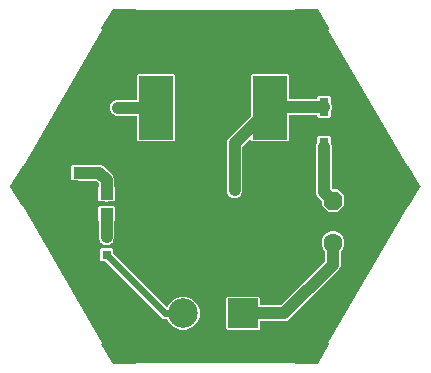
<source format=gbr>
G04 EAGLE Gerber RS-274X export*
G75*
%MOMM*%
%FSLAX34Y34*%
%LPD*%
%INTop Copper*%
%IPPOS*%
%AMOC8*
5,1,8,0,0,1.08239X$1,22.5*%
G01*
%ADD10C,1.000000*%
%ADD11R,2.500000X2.500000*%
%ADD12C,2.500000*%
%ADD13P,1.732040X8X112.500000*%
%ADD14C,1.600200*%
%ADD15R,0.800000X1.600000*%
%ADD16R,2.900000X5.400000*%
%ADD17R,0.800000X0.800000*%
%ADD18R,1.100000X1.000000*%
%ADD19C,1.016000*%
%ADD20C,0.304800*%
%ADD21C,0.756400*%
%ADD22C,0.609600*%

G36*
X278630Y195708D02*
X278630Y195708D01*
X278658Y195706D01*
X278726Y195728D01*
X278797Y195742D01*
X278820Y195758D01*
X278847Y195767D01*
X278902Y195814D01*
X278961Y195855D01*
X278976Y195879D01*
X278998Y195897D01*
X279029Y195962D01*
X279068Y196022D01*
X279073Y196050D01*
X279085Y196076D01*
X279094Y196177D01*
X279101Y196219D01*
X279099Y196229D01*
X279100Y196242D01*
X279043Y196957D01*
X413361Y196957D01*
X413304Y196242D01*
X413308Y196213D01*
X413303Y196185D01*
X413320Y196116D01*
X413328Y196044D01*
X413343Y196020D01*
X413349Y195992D01*
X413392Y195934D01*
X413428Y195872D01*
X413450Y195855D01*
X413467Y195832D01*
X413529Y195795D01*
X413586Y195752D01*
X413614Y195745D01*
X413638Y195730D01*
X413738Y195714D01*
X413779Y195703D01*
X413789Y195705D01*
X413802Y195703D01*
X432802Y195703D01*
X432878Y195718D01*
X432956Y195727D01*
X432975Y195738D01*
X432997Y195742D01*
X433061Y195786D01*
X433129Y195825D01*
X433145Y195844D01*
X433161Y195855D01*
X433185Y195893D01*
X433235Y195953D01*
X442735Y212453D01*
X442744Y212480D01*
X442760Y212504D01*
X442775Y212574D01*
X442798Y212642D01*
X442795Y212670D01*
X442801Y212698D01*
X442788Y212769D01*
X442782Y212840D01*
X442769Y212865D01*
X442763Y212893D01*
X442723Y212953D01*
X442690Y213016D01*
X442668Y213034D01*
X442652Y213058D01*
X442569Y213116D01*
X442537Y213143D01*
X442526Y213146D01*
X442516Y213153D01*
X441888Y213450D01*
X509010Y329711D01*
X509618Y329291D01*
X509645Y329280D01*
X509667Y329261D01*
X509736Y329241D01*
X509801Y329213D01*
X509830Y329213D01*
X509858Y329205D01*
X509929Y329213D01*
X510000Y329213D01*
X510027Y329224D01*
X510056Y329227D01*
X510118Y329262D01*
X510183Y329290D01*
X510204Y329310D01*
X510229Y329325D01*
X510292Y329402D01*
X510322Y329432D01*
X510326Y329442D01*
X510335Y329453D01*
X519835Y345953D01*
X519845Y345985D01*
X519854Y345998D01*
X519858Y346022D01*
X519859Y346026D01*
X519890Y346096D01*
X519890Y346120D01*
X519898Y346142D01*
X519892Y346218D01*
X519893Y346295D01*
X519883Y346319D01*
X519882Y346340D01*
X519861Y346379D01*
X519835Y346451D01*
X510335Y362951D01*
X510316Y362973D01*
X510303Y362999D01*
X510250Y363047D01*
X510203Y363100D01*
X510177Y363113D01*
X510156Y363132D01*
X510088Y363155D01*
X510024Y363186D01*
X509995Y363188D01*
X509968Y363197D01*
X509896Y363192D01*
X509825Y363195D01*
X509798Y363185D01*
X509769Y363183D01*
X509679Y363141D01*
X509639Y363126D01*
X509631Y363119D01*
X509618Y363113D01*
X509010Y362693D01*
X441888Y478954D01*
X442516Y479251D01*
X442538Y479268D01*
X442565Y479278D01*
X442617Y479327D01*
X442675Y479370D01*
X442689Y479395D01*
X442710Y479414D01*
X442739Y479480D01*
X442775Y479542D01*
X442778Y479570D01*
X442790Y479596D01*
X442791Y479668D01*
X442800Y479739D01*
X442792Y479766D01*
X442793Y479795D01*
X442757Y479890D01*
X442746Y479930D01*
X442739Y479939D01*
X442735Y479951D01*
X433235Y496451D01*
X433183Y496510D01*
X433137Y496572D01*
X433118Y496583D01*
X433103Y496600D01*
X433033Y496634D01*
X432966Y496674D01*
X432942Y496678D01*
X432924Y496686D01*
X432879Y496688D01*
X432802Y496701D01*
X413802Y496701D01*
X413774Y496696D01*
X413746Y496698D01*
X413678Y496676D01*
X413607Y496662D01*
X413584Y496646D01*
X413557Y496637D01*
X413502Y496590D01*
X413443Y496549D01*
X413428Y496525D01*
X413407Y496507D01*
X413375Y496442D01*
X413336Y496382D01*
X413331Y496354D01*
X413319Y496328D01*
X413310Y496227D01*
X413303Y496185D01*
X413305Y496175D01*
X413304Y496162D01*
X413361Y495447D01*
X279043Y495447D01*
X279100Y496162D01*
X279096Y496191D01*
X279101Y496219D01*
X279084Y496288D01*
X279076Y496360D01*
X279062Y496384D01*
X279055Y496412D01*
X279012Y496470D01*
X278977Y496532D01*
X278954Y496549D01*
X278937Y496572D01*
X278875Y496609D01*
X278818Y496652D01*
X278790Y496659D01*
X278766Y496674D01*
X278666Y496690D01*
X278625Y496701D01*
X278615Y496699D01*
X278602Y496701D01*
X259602Y496701D01*
X259526Y496686D01*
X259448Y496677D01*
X259429Y496666D01*
X259407Y496662D01*
X259343Y496618D01*
X259275Y496579D01*
X259259Y496560D01*
X259243Y496549D01*
X259219Y496511D01*
X259169Y496451D01*
X249669Y479951D01*
X249660Y479924D01*
X249644Y479900D01*
X249629Y479830D01*
X249606Y479762D01*
X249609Y479734D01*
X249603Y479706D01*
X249617Y479636D01*
X249622Y479564D01*
X249635Y479539D01*
X249641Y479511D01*
X249681Y479451D01*
X249714Y479388D01*
X249736Y479370D01*
X249752Y479346D01*
X249835Y479288D01*
X249867Y479261D01*
X249878Y479258D01*
X249889Y479251D01*
X250516Y478954D01*
X183394Y362693D01*
X182786Y363113D01*
X182759Y363124D01*
X182737Y363143D01*
X182668Y363163D01*
X182603Y363191D01*
X182574Y363191D01*
X182546Y363199D01*
X182475Y363191D01*
X182404Y363192D01*
X182377Y363180D01*
X182348Y363177D01*
X182286Y363142D01*
X182221Y363114D01*
X182200Y363094D01*
X182175Y363079D01*
X182112Y363002D01*
X182082Y362972D01*
X182078Y362962D01*
X182069Y362951D01*
X172569Y346451D01*
X172545Y346378D01*
X172514Y346308D01*
X172514Y346284D01*
X172506Y346262D01*
X172513Y346186D01*
X172512Y346109D01*
X172521Y346085D01*
X172522Y346064D01*
X172543Y346025D01*
X172562Y345973D01*
X172563Y345967D01*
X172565Y345965D01*
X172569Y345953D01*
X182069Y329453D01*
X182088Y329431D01*
X182101Y329405D01*
X182154Y329357D01*
X182201Y329304D01*
X182227Y329291D01*
X182249Y329272D01*
X182316Y329249D01*
X182380Y329218D01*
X182409Y329217D01*
X182436Y329207D01*
X182508Y329212D01*
X182579Y329209D01*
X182606Y329219D01*
X182635Y329221D01*
X182725Y329263D01*
X182765Y329278D01*
X182773Y329285D01*
X182786Y329291D01*
X183394Y329711D01*
X250516Y213450D01*
X249889Y213153D01*
X249866Y213136D01*
X249839Y213126D01*
X249787Y213077D01*
X249729Y213034D01*
X249715Y213009D01*
X249694Y212990D01*
X249665Y212924D01*
X249629Y212862D01*
X249626Y212834D01*
X249614Y212808D01*
X249613Y212736D01*
X249604Y212665D01*
X249612Y212638D01*
X249612Y212609D01*
X249647Y212514D01*
X249658Y212474D01*
X249665Y212465D01*
X249669Y212453D01*
X259169Y195953D01*
X259221Y195895D01*
X259267Y195832D01*
X259286Y195821D01*
X259301Y195804D01*
X259371Y195770D01*
X259438Y195730D01*
X259463Y195726D01*
X259480Y195718D01*
X259525Y195716D01*
X259602Y195703D01*
X278602Y195703D01*
X278630Y195708D01*
G37*
%LPC*%
G36*
X361170Y336232D02*
X361170Y336232D01*
X358742Y337237D01*
X356884Y339095D01*
X355879Y341523D01*
X355879Y383877D01*
X356884Y386305D01*
X376642Y406062D01*
X376642Y406068D01*
X376645Y406071D01*
X376645Y440382D01*
X377538Y441275D01*
X407802Y441275D01*
X408695Y440382D01*
X408695Y419857D01*
X408705Y419845D01*
X408706Y419846D01*
X408707Y419845D01*
X432613Y419845D01*
X432625Y419855D01*
X432624Y419856D01*
X432625Y419857D01*
X432625Y421872D01*
X433518Y422765D01*
X442782Y422765D01*
X443675Y421872D01*
X443675Y417061D01*
X443678Y417056D01*
X443678Y417052D01*
X443749Y416981D01*
X444755Y414554D01*
X444755Y411926D01*
X443749Y409499D01*
X443678Y409428D01*
X443678Y409424D01*
X443676Y409422D01*
X443677Y409421D01*
X443675Y409419D01*
X443675Y404608D01*
X442782Y403715D01*
X433518Y403715D01*
X432625Y404608D01*
X432625Y406623D01*
X432615Y406635D01*
X432614Y406634D01*
X432613Y406635D01*
X408707Y406635D01*
X408695Y406625D01*
X408696Y406624D01*
X408695Y406623D01*
X408695Y385118D01*
X407802Y384225D01*
X377538Y384225D01*
X376645Y385118D01*
X376645Y387356D01*
X376643Y387359D01*
X376643Y387363D01*
X376639Y387364D01*
X376635Y387368D01*
X376631Y387364D01*
X376625Y387364D01*
X369092Y379831D01*
X369091Y379825D01*
X369088Y379823D01*
X369088Y341523D01*
X368083Y339095D01*
X366225Y337237D01*
X363797Y336232D01*
X361170Y336232D01*
G37*
%LPD*%
%LPC*%
G36*
X356438Y224735D02*
X356438Y224735D01*
X355545Y225628D01*
X355545Y251892D01*
X356438Y252785D01*
X382702Y252785D01*
X383595Y251892D01*
X383595Y245377D01*
X383605Y245365D01*
X383606Y245366D01*
X383607Y245365D01*
X401843Y245365D01*
X401847Y245368D01*
X401852Y245368D01*
X439022Y282539D01*
X439022Y282544D01*
X439026Y282547D01*
X439026Y291718D01*
X439022Y291722D01*
X439022Y291727D01*
X437694Y293054D01*
X436244Y296555D01*
X436244Y300345D01*
X437694Y303846D01*
X440374Y306526D01*
X443875Y307976D01*
X447665Y307976D01*
X451166Y306526D01*
X453846Y303846D01*
X455296Y300345D01*
X455296Y296555D01*
X453846Y293054D01*
X452239Y291447D01*
X452238Y291441D01*
X452235Y291439D01*
X452235Y278493D01*
X451230Y276065D01*
X408325Y233161D01*
X405898Y232155D01*
X383607Y232155D01*
X383595Y232145D01*
X383596Y232144D01*
X383595Y232143D01*
X383595Y225628D01*
X382702Y224735D01*
X356438Y224735D01*
G37*
%LPD*%
%LPC*%
G36*
X280538Y384225D02*
X280538Y384225D01*
X279645Y385118D01*
X279645Y406133D01*
X279635Y406145D01*
X279634Y406144D01*
X279633Y406145D01*
X262173Y406145D01*
X259746Y407151D01*
X257888Y409009D01*
X256882Y411436D01*
X256882Y414064D01*
X257888Y416491D01*
X259746Y418349D01*
X262173Y419355D01*
X279633Y419355D01*
X279645Y419365D01*
X279644Y419366D01*
X279645Y419367D01*
X279645Y440382D01*
X280538Y441275D01*
X310802Y441275D01*
X311695Y440382D01*
X311695Y385118D01*
X310802Y384225D01*
X280538Y384225D01*
G37*
%LPD*%
%LPC*%
G36*
X315980Y224735D02*
X315980Y224735D01*
X310826Y226870D01*
X306880Y230816D01*
X305487Y234180D01*
X305479Y234184D01*
X305476Y234187D01*
X301756Y234187D01*
X253061Y282882D01*
X253056Y282882D01*
X253055Y282883D01*
X253053Y282885D01*
X249368Y282885D01*
X248475Y283778D01*
X248475Y293042D01*
X249368Y293935D01*
X258632Y293935D01*
X259525Y293042D01*
X259525Y289357D01*
X259528Y289353D01*
X259528Y289349D01*
X305489Y243388D01*
X305491Y243388D01*
X305491Y243386D01*
X305496Y243388D01*
X305505Y243387D01*
X305505Y243391D01*
X305508Y243392D01*
X306880Y246704D01*
X310826Y250650D01*
X315980Y252785D01*
X321560Y252785D01*
X326714Y250650D01*
X330660Y246704D01*
X332795Y241550D01*
X332795Y235970D01*
X330660Y230816D01*
X326714Y226870D01*
X321560Y224735D01*
X315980Y224735D01*
G37*
%LPD*%
%LPC*%
G36*
X441824Y324484D02*
X441824Y324484D01*
X436244Y330064D01*
X436244Y334190D01*
X436241Y334195D01*
X436241Y334199D01*
X432551Y337889D01*
X431545Y340316D01*
X431545Y380554D01*
X432551Y382981D01*
X432622Y383052D01*
X432622Y383058D01*
X432625Y383061D01*
X432625Y387872D01*
X433518Y388765D01*
X442782Y388765D01*
X443675Y387872D01*
X443675Y383061D01*
X443678Y383056D01*
X443678Y383052D01*
X443749Y382981D01*
X444755Y380554D01*
X444755Y344371D01*
X444758Y344366D01*
X444758Y344362D01*
X445581Y343539D01*
X445587Y343539D01*
X445588Y343537D01*
X445590Y343536D01*
X449716Y343536D01*
X455296Y337956D01*
X455296Y330064D01*
X449716Y324484D01*
X441824Y324484D01*
G37*
%LPD*%
%LPC*%
G36*
X252686Y333365D02*
X252686Y333365D01*
X252495Y333444D01*
X252492Y333443D01*
X252491Y333445D01*
X247868Y333445D01*
X246975Y334338D01*
X246975Y345602D01*
X247392Y346018D01*
X247392Y346024D01*
X247395Y346026D01*
X247395Y348783D01*
X247392Y348787D01*
X247392Y348791D01*
X245041Y351142D01*
X245035Y351142D01*
X245033Y351145D01*
X229826Y351145D01*
X229635Y351224D01*
X229633Y351223D01*
X229631Y351225D01*
X225008Y351225D01*
X224115Y352118D01*
X224115Y363382D01*
X225008Y364275D01*
X229631Y364275D01*
X229633Y364277D01*
X229635Y364276D01*
X229826Y364355D01*
X246296Y364355D01*
X246298Y364356D01*
X246300Y364356D01*
X246301Y364356D01*
X246412Y364402D01*
X249040Y364402D01*
X251467Y363396D01*
X257740Y357124D01*
X259599Y355265D01*
X260605Y352837D01*
X260605Y346026D01*
X260608Y346022D01*
X260608Y346018D01*
X261025Y345602D01*
X261025Y334338D01*
X260132Y333445D01*
X255509Y333445D01*
X255507Y333443D01*
X255505Y333444D01*
X255314Y333365D01*
X252686Y333365D01*
G37*
%LPD*%
%LPC*%
G36*
X252686Y296805D02*
X252686Y296805D01*
X250259Y297811D01*
X250188Y297882D01*
X250182Y297882D01*
X250179Y297885D01*
X249368Y297885D01*
X248475Y298778D01*
X248475Y299589D01*
X248472Y299594D01*
X248472Y299598D01*
X248401Y299669D01*
X247395Y302096D01*
X247395Y316914D01*
X247392Y316918D01*
X247392Y316922D01*
X246975Y317338D01*
X246975Y328602D01*
X247868Y329495D01*
X252491Y329495D01*
X252493Y329497D01*
X252495Y329496D01*
X252686Y329575D01*
X255314Y329575D01*
X255505Y329496D01*
X255508Y329497D01*
X255509Y329495D01*
X260132Y329495D01*
X261025Y328602D01*
X261025Y317338D01*
X260608Y316922D01*
X260608Y316918D01*
X260608Y316916D01*
X260605Y316914D01*
X260605Y302096D01*
X259599Y299669D01*
X259528Y299598D01*
X259528Y299592D01*
X259525Y299589D01*
X259525Y298778D01*
X258632Y297885D01*
X257821Y297885D01*
X257816Y297882D01*
X257812Y297882D01*
X257741Y297811D01*
X255314Y296805D01*
X252686Y296805D01*
G37*
%LPD*%
D10*
X428802Y489302D03*
X511402Y346202D03*
X428802Y203102D03*
X263602Y203102D03*
X181002Y346202D03*
X263602Y489302D03*
D11*
X369570Y238760D03*
D12*
X318770Y238760D03*
D13*
X445770Y334010D03*
D14*
X445770Y298450D03*
D15*
X438150Y379240D03*
X438150Y413240D03*
D16*
X392670Y412750D03*
X295670Y412750D03*
D17*
X254000Y303410D03*
X254000Y288410D03*
D18*
X254000Y322970D03*
X254000Y339970D03*
X231140Y357750D03*
X231140Y340750D03*
D19*
X438150Y341630D02*
X445770Y334010D01*
X438150Y341630D02*
X438150Y379240D01*
D20*
X438150Y364439D01*
X437985Y364274D01*
D21*
X437985Y364274D03*
D22*
X303650Y238760D02*
X254000Y288410D01*
X303650Y238760D02*
X318770Y238760D01*
D20*
X263602Y203102D02*
X231140Y259329D01*
X231140Y340750D01*
X225688Y346202D01*
X181002Y346202D01*
X263602Y428802D01*
X263602Y489302D01*
X428802Y489302D01*
X428802Y203102D02*
X263602Y203102D01*
X428802Y203102D02*
X511402Y346202D01*
D19*
X404584Y238760D02*
X369570Y238760D01*
X404584Y238760D02*
X445630Y279806D01*
X445630Y298310D01*
D20*
X445770Y298450D01*
D19*
X438150Y413240D02*
X393160Y413240D01*
D20*
X392670Y412750D01*
D19*
X362483Y382563D01*
X362483Y342837D01*
D21*
X362483Y342837D03*
D19*
X254000Y322970D02*
X254000Y303410D01*
X254000Y339970D02*
X254000Y351523D01*
X247726Y357797D01*
D20*
X247679Y357750D01*
D19*
X231140Y357750D01*
D21*
X263309Y412928D03*
D20*
X263487Y412750D01*
D19*
X295670Y412750D01*
M02*

</source>
